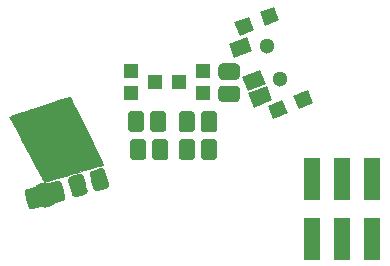
<source format=gbr>
G04 #@! TF.GenerationSoftware,KiCad,Pcbnew,5.1.2*
G04 #@! TF.CreationDate,2019-07-11T13:19:42-05:00*
G04 #@! TF.ProjectId,Camera,43616d65-7261-42e6-9b69-6361645f7063,rev?*
G04 #@! TF.SameCoordinates,Original*
G04 #@! TF.FileFunction,Soldermask,Bot*
G04 #@! TF.FilePolarity,Negative*
%FSLAX46Y46*%
G04 Gerber Fmt 4.6, Leading zero omitted, Abs format (unit mm)*
G04 Created by KiCad (PCBNEW 5.1.2) date 2019-07-11 13:19:42*
%MOMM*%
%LPD*%
G04 APERTURE LIST*
%ADD10C,0.010000*%
%ADD11C,0.100000*%
%ADD12C,1.375000*%
%ADD13C,2.150000*%
%ADD14R,1.400000X3.550000*%
%ADD15C,1.200000*%
%ADD16C,1.300000*%
%ADD17R,1.300000X1.200000*%
G04 APERTURE END LIST*
D10*
G36*
X139563660Y-105688732D02*
G01*
X139620889Y-105800499D01*
X139709246Y-105976491D01*
X139825786Y-106210748D01*
X139967567Y-106497307D01*
X140131646Y-106830207D01*
X140315079Y-107203488D01*
X140514924Y-107611188D01*
X140728238Y-108047346D01*
X140952077Y-108506001D01*
X140963955Y-108530367D01*
X141229069Y-109074811D01*
X141458835Y-109548114D01*
X141655432Y-109955030D01*
X141821040Y-110300314D01*
X141957838Y-110588722D01*
X142068004Y-110825007D01*
X142153717Y-111013926D01*
X142217157Y-111160232D01*
X142260502Y-111268680D01*
X142285931Y-111344026D01*
X142295624Y-111391023D01*
X142291759Y-111414428D01*
X142287288Y-111418078D01*
X142234199Y-111435486D01*
X142108945Y-111472985D01*
X141920237Y-111528116D01*
X141676782Y-111598422D01*
X141387290Y-111681445D01*
X141060470Y-111774728D01*
X140705029Y-111875813D01*
X140329678Y-111982242D01*
X139943124Y-112091557D01*
X139554076Y-112201301D01*
X139171244Y-112309016D01*
X138803335Y-112412244D01*
X138459060Y-112508527D01*
X138147126Y-112595409D01*
X137876242Y-112670430D01*
X137655117Y-112731134D01*
X137492460Y-112775062D01*
X137396979Y-112799757D01*
X137375196Y-112804334D01*
X137335434Y-112769924D01*
X137270173Y-112679332D01*
X137192936Y-112551508D01*
X137186373Y-112539750D01*
X137118822Y-112416723D01*
X137020251Y-112235435D01*
X136894579Y-112003203D01*
X136745723Y-111727343D01*
X136577602Y-111415172D01*
X136394135Y-111074004D01*
X136199239Y-110711157D01*
X135996834Y-110333947D01*
X135790837Y-109949690D01*
X135585167Y-109565702D01*
X135383742Y-109189299D01*
X135190481Y-108827797D01*
X135009303Y-108488513D01*
X134844124Y-108178762D01*
X134698865Y-107905862D01*
X134577443Y-107677127D01*
X134483776Y-107499875D01*
X134421783Y-107381421D01*
X134395383Y-107329081D01*
X134394730Y-107327361D01*
X134432171Y-107307759D01*
X134542099Y-107265286D01*
X134716284Y-107202628D01*
X134946496Y-107122472D01*
X135224506Y-107027506D01*
X135542084Y-106920418D01*
X135891000Y-106803893D01*
X136263024Y-106680620D01*
X136649926Y-106553285D01*
X137043477Y-106424576D01*
X137435447Y-106297181D01*
X137817607Y-106173785D01*
X138181725Y-106057077D01*
X138519573Y-105949743D01*
X138822922Y-105854472D01*
X139083540Y-105773949D01*
X139293198Y-105710863D01*
X139443667Y-105667900D01*
X139526716Y-105647747D01*
X139540501Y-105647152D01*
X139563660Y-105688732D01*
X139563660Y-105688732D01*
G37*
X139563660Y-105688732D02*
X139620889Y-105800499D01*
X139709246Y-105976491D01*
X139825786Y-106210748D01*
X139967567Y-106497307D01*
X140131646Y-106830207D01*
X140315079Y-107203488D01*
X140514924Y-107611188D01*
X140728238Y-108047346D01*
X140952077Y-108506001D01*
X140963955Y-108530367D01*
X141229069Y-109074811D01*
X141458835Y-109548114D01*
X141655432Y-109955030D01*
X141821040Y-110300314D01*
X141957838Y-110588722D01*
X142068004Y-110825007D01*
X142153717Y-111013926D01*
X142217157Y-111160232D01*
X142260502Y-111268680D01*
X142285931Y-111344026D01*
X142295624Y-111391023D01*
X142291759Y-111414428D01*
X142287288Y-111418078D01*
X142234199Y-111435486D01*
X142108945Y-111472985D01*
X141920237Y-111528116D01*
X141676782Y-111598422D01*
X141387290Y-111681445D01*
X141060470Y-111774728D01*
X140705029Y-111875813D01*
X140329678Y-111982242D01*
X139943124Y-112091557D01*
X139554076Y-112201301D01*
X139171244Y-112309016D01*
X138803335Y-112412244D01*
X138459060Y-112508527D01*
X138147126Y-112595409D01*
X137876242Y-112670430D01*
X137655117Y-112731134D01*
X137492460Y-112775062D01*
X137396979Y-112799757D01*
X137375196Y-112804334D01*
X137335434Y-112769924D01*
X137270173Y-112679332D01*
X137192936Y-112551508D01*
X137186373Y-112539750D01*
X137118822Y-112416723D01*
X137020251Y-112235435D01*
X136894579Y-112003203D01*
X136745723Y-111727343D01*
X136577602Y-111415172D01*
X136394135Y-111074004D01*
X136199239Y-110711157D01*
X135996834Y-110333947D01*
X135790837Y-109949690D01*
X135585167Y-109565702D01*
X135383742Y-109189299D01*
X135190481Y-108827797D01*
X135009303Y-108488513D01*
X134844124Y-108178762D01*
X134698865Y-107905862D01*
X134577443Y-107677127D01*
X134483776Y-107499875D01*
X134421783Y-107381421D01*
X134395383Y-107329081D01*
X134394730Y-107327361D01*
X134432171Y-107307759D01*
X134542099Y-107265286D01*
X134716284Y-107202628D01*
X134946496Y-107122472D01*
X135224506Y-107027506D01*
X135542084Y-106920418D01*
X135891000Y-106803893D01*
X136263024Y-106680620D01*
X136649926Y-106553285D01*
X137043477Y-106424576D01*
X137435447Y-106297181D01*
X137817607Y-106173785D01*
X138181725Y-106057077D01*
X138519573Y-105949743D01*
X138822922Y-105854472D01*
X139083540Y-105773949D01*
X139293198Y-105710863D01*
X139443667Y-105667900D01*
X139526716Y-105647747D01*
X139540501Y-105647152D01*
X139563660Y-105688732D01*
D11*
G36*
X136732937Y-113232926D02*
G01*
X136766127Y-113238965D01*
X136798564Y-113248228D01*
X136829937Y-113260626D01*
X136859944Y-113276039D01*
X136888296Y-113294319D01*
X136914719Y-113315290D01*
X136938960Y-113338750D01*
X136960784Y-113364473D01*
X136979982Y-113392212D01*
X136996369Y-113421698D01*
X137009787Y-113452649D01*
X137020106Y-113484766D01*
X137308042Y-114559358D01*
X137315164Y-114592332D01*
X137319019Y-114625845D01*
X137319571Y-114659574D01*
X137316814Y-114693195D01*
X137310775Y-114726384D01*
X137301512Y-114758822D01*
X137289114Y-114790195D01*
X137273701Y-114820202D01*
X137255421Y-114848554D01*
X137234450Y-114874977D01*
X137210990Y-114899218D01*
X137185267Y-114921042D01*
X137157528Y-114940240D01*
X137128042Y-114956627D01*
X137097091Y-114970045D01*
X137064974Y-114980364D01*
X136400900Y-115158302D01*
X136367926Y-115165424D01*
X136334413Y-115169279D01*
X136300684Y-115169831D01*
X136267063Y-115167074D01*
X136233873Y-115161035D01*
X136201436Y-115151772D01*
X136170063Y-115139374D01*
X136140056Y-115123961D01*
X136111704Y-115105681D01*
X136085281Y-115084710D01*
X136061040Y-115061250D01*
X136039216Y-115035527D01*
X136020018Y-115007788D01*
X136003631Y-114978302D01*
X135990213Y-114947351D01*
X135979894Y-114915234D01*
X135691958Y-113840642D01*
X135684836Y-113807668D01*
X135680981Y-113774155D01*
X135680429Y-113740426D01*
X135683186Y-113706805D01*
X135689225Y-113673616D01*
X135698488Y-113641178D01*
X135710886Y-113609805D01*
X135726299Y-113579798D01*
X135744579Y-113551446D01*
X135765550Y-113525023D01*
X135789010Y-113500782D01*
X135814733Y-113478958D01*
X135842472Y-113459760D01*
X135871958Y-113443373D01*
X135902909Y-113429955D01*
X135935026Y-113419636D01*
X136599100Y-113241698D01*
X136632074Y-113234576D01*
X136665587Y-113230721D01*
X136699316Y-113230169D01*
X136732937Y-113232926D01*
X136732937Y-113232926D01*
G37*
D12*
X136500000Y-114200000D03*
D11*
G36*
X138544047Y-112747640D02*
G01*
X138577237Y-112753679D01*
X138609674Y-112762942D01*
X138641047Y-112775340D01*
X138671054Y-112790753D01*
X138699406Y-112809033D01*
X138725829Y-112830004D01*
X138750070Y-112853464D01*
X138771894Y-112879187D01*
X138791092Y-112906926D01*
X138807479Y-112936412D01*
X138820897Y-112967363D01*
X138831216Y-112999480D01*
X139119152Y-114074072D01*
X139126274Y-114107046D01*
X139130129Y-114140559D01*
X139130681Y-114174288D01*
X139127924Y-114207909D01*
X139121885Y-114241098D01*
X139112622Y-114273536D01*
X139100224Y-114304909D01*
X139084811Y-114334916D01*
X139066531Y-114363268D01*
X139045560Y-114389691D01*
X139022100Y-114413932D01*
X138996377Y-114435756D01*
X138968638Y-114454954D01*
X138939152Y-114471341D01*
X138908201Y-114484759D01*
X138876084Y-114495078D01*
X138212010Y-114673016D01*
X138179036Y-114680138D01*
X138145523Y-114683993D01*
X138111794Y-114684545D01*
X138078173Y-114681788D01*
X138044983Y-114675749D01*
X138012546Y-114666486D01*
X137981173Y-114654088D01*
X137951166Y-114638675D01*
X137922814Y-114620395D01*
X137896391Y-114599424D01*
X137872150Y-114575964D01*
X137850326Y-114550241D01*
X137831128Y-114522502D01*
X137814741Y-114493016D01*
X137801323Y-114462065D01*
X137791004Y-114429948D01*
X137503068Y-113355356D01*
X137495946Y-113322382D01*
X137492091Y-113288869D01*
X137491539Y-113255140D01*
X137494296Y-113221519D01*
X137500335Y-113188330D01*
X137509598Y-113155892D01*
X137521996Y-113124519D01*
X137537409Y-113094512D01*
X137555689Y-113066160D01*
X137576660Y-113039737D01*
X137600120Y-113015496D01*
X137625843Y-112993672D01*
X137653582Y-112974474D01*
X137683068Y-112958087D01*
X137714019Y-112944669D01*
X137746136Y-112934350D01*
X138410210Y-112756412D01*
X138443184Y-112749290D01*
X138476697Y-112745435D01*
X138510426Y-112744883D01*
X138544047Y-112747640D01*
X138544047Y-112747640D01*
G37*
D12*
X138311110Y-113714714D03*
D13*
X137405555Y-113957357D03*
D14*
X160060000Y-112600000D03*
X160060000Y-117650000D03*
X162600000Y-112600000D03*
X162600000Y-117650000D03*
X165140000Y-112600000D03*
X165140000Y-117650000D03*
D15*
X159262897Y-105852626D03*
D11*
G36*
X160090330Y-106165442D02*
G01*
X158884991Y-106652431D01*
X158435464Y-105539810D01*
X159640803Y-105052821D01*
X160090330Y-106165442D01*
X160090330Y-106165442D01*
G37*
D15*
X156415887Y-98806029D03*
D11*
G36*
X157243320Y-99118845D02*
G01*
X156037981Y-99605834D01*
X155588454Y-98493213D01*
X156793793Y-98006224D01*
X157243320Y-99118845D01*
X157243320Y-99118845D01*
G37*
D15*
X154279618Y-99658352D03*
D11*
G36*
X155107051Y-99971168D02*
G01*
X153901712Y-100458157D01*
X153452185Y-99345536D01*
X154657524Y-98858547D01*
X155107051Y-99971168D01*
X155107051Y-99971168D01*
G37*
D15*
X157130375Y-106714221D03*
D11*
G36*
X157957808Y-107027037D02*
G01*
X156752469Y-107514026D01*
X156302942Y-106401405D01*
X157508281Y-105914416D01*
X157957808Y-107027037D01*
X157957808Y-107027037D01*
G37*
D16*
X155645730Y-105642328D03*
D11*
G36*
X156654151Y-105935947D02*
G01*
X155124298Y-106554048D01*
X154637309Y-105348709D01*
X156167162Y-104730608D01*
X156654151Y-105935947D01*
X156654151Y-105935947D01*
G37*
D16*
X155083820Y-104251552D03*
D11*
G36*
X156092241Y-104545171D02*
G01*
X154562388Y-105163272D01*
X154075399Y-103957933D01*
X155605252Y-103339832D01*
X156092241Y-104545171D01*
X156092241Y-104545171D01*
G37*
D16*
X153960000Y-101470000D03*
D11*
G36*
X154968421Y-101763619D02*
G01*
X153438568Y-102381720D01*
X152951579Y-101176381D01*
X154481432Y-100558280D01*
X154968421Y-101763619D01*
X154968421Y-101763619D01*
G37*
D16*
X156211221Y-101369349D03*
X157335041Y-104150901D03*
D17*
X144700000Y-105350000D03*
X144700000Y-103450000D03*
X146700000Y-104400000D03*
X148800000Y-104400000D03*
X150800000Y-105350000D03*
X150800000Y-103450000D03*
D11*
G36*
X142238492Y-111690283D02*
G01*
X142271682Y-111696322D01*
X142304119Y-111705585D01*
X142335492Y-111717983D01*
X142365499Y-111733396D01*
X142393851Y-111751676D01*
X142420274Y-111772647D01*
X142444515Y-111796107D01*
X142466339Y-111821830D01*
X142485537Y-111849569D01*
X142501924Y-111879055D01*
X142515342Y-111910006D01*
X142525661Y-111942123D01*
X142813597Y-113016715D01*
X142820719Y-113049689D01*
X142824574Y-113083202D01*
X142825126Y-113116931D01*
X142822369Y-113150552D01*
X142816330Y-113183741D01*
X142807067Y-113216179D01*
X142794669Y-113247552D01*
X142779256Y-113277559D01*
X142760976Y-113305911D01*
X142740005Y-113332334D01*
X142716545Y-113356575D01*
X142690822Y-113378399D01*
X142663083Y-113397597D01*
X142633597Y-113413984D01*
X142602646Y-113427402D01*
X142570529Y-113437721D01*
X141906455Y-113615659D01*
X141873481Y-113622781D01*
X141839968Y-113626636D01*
X141806239Y-113627188D01*
X141772618Y-113624431D01*
X141739428Y-113618392D01*
X141706991Y-113609129D01*
X141675618Y-113596731D01*
X141645611Y-113581318D01*
X141617259Y-113563038D01*
X141590836Y-113542067D01*
X141566595Y-113518607D01*
X141544771Y-113492884D01*
X141525573Y-113465145D01*
X141509186Y-113435659D01*
X141495768Y-113404708D01*
X141485449Y-113372591D01*
X141197513Y-112297999D01*
X141190391Y-112265025D01*
X141186536Y-112231512D01*
X141185984Y-112197783D01*
X141188741Y-112164162D01*
X141194780Y-112130973D01*
X141204043Y-112098535D01*
X141216441Y-112067162D01*
X141231854Y-112037155D01*
X141250134Y-112008803D01*
X141271105Y-111982380D01*
X141294565Y-111958139D01*
X141320288Y-111936315D01*
X141348027Y-111917117D01*
X141377513Y-111900730D01*
X141408464Y-111887312D01*
X141440581Y-111876993D01*
X142104655Y-111699055D01*
X142137629Y-111691933D01*
X142171142Y-111688078D01*
X142204871Y-111687526D01*
X142238492Y-111690283D01*
X142238492Y-111690283D01*
G37*
D12*
X142005555Y-112657357D03*
D11*
G36*
X140427382Y-112175569D02*
G01*
X140460572Y-112181608D01*
X140493009Y-112190871D01*
X140524382Y-112203269D01*
X140554389Y-112218682D01*
X140582741Y-112236962D01*
X140609164Y-112257933D01*
X140633405Y-112281393D01*
X140655229Y-112307116D01*
X140674427Y-112334855D01*
X140690814Y-112364341D01*
X140704232Y-112395292D01*
X140714551Y-112427409D01*
X141002487Y-113502001D01*
X141009609Y-113534975D01*
X141013464Y-113568488D01*
X141014016Y-113602217D01*
X141011259Y-113635838D01*
X141005220Y-113669027D01*
X140995957Y-113701465D01*
X140983559Y-113732838D01*
X140968146Y-113762845D01*
X140949866Y-113791197D01*
X140928895Y-113817620D01*
X140905435Y-113841861D01*
X140879712Y-113863685D01*
X140851973Y-113882883D01*
X140822487Y-113899270D01*
X140791536Y-113912688D01*
X140759419Y-113923007D01*
X140095345Y-114100945D01*
X140062371Y-114108067D01*
X140028858Y-114111922D01*
X139995129Y-114112474D01*
X139961508Y-114109717D01*
X139928318Y-114103678D01*
X139895881Y-114094415D01*
X139864508Y-114082017D01*
X139834501Y-114066604D01*
X139806149Y-114048324D01*
X139779726Y-114027353D01*
X139755485Y-114003893D01*
X139733661Y-113978170D01*
X139714463Y-113950431D01*
X139698076Y-113920945D01*
X139684658Y-113889994D01*
X139674339Y-113857877D01*
X139386403Y-112783285D01*
X139379281Y-112750311D01*
X139375426Y-112716798D01*
X139374874Y-112683069D01*
X139377631Y-112649448D01*
X139383670Y-112616259D01*
X139392933Y-112583821D01*
X139405331Y-112552448D01*
X139420744Y-112522441D01*
X139439024Y-112494089D01*
X139459995Y-112467666D01*
X139483455Y-112443425D01*
X139509178Y-112421601D01*
X139536917Y-112402403D01*
X139566403Y-112386016D01*
X139597354Y-112372598D01*
X139629471Y-112362279D01*
X140293545Y-112184341D01*
X140326519Y-112177219D01*
X140360032Y-112173364D01*
X140393761Y-112172812D01*
X140427382Y-112175569D01*
X140427382Y-112175569D01*
G37*
D12*
X140194445Y-113142643D03*
D11*
G36*
X153589943Y-102814155D02*
G01*
X153623312Y-102819105D01*
X153656035Y-102827302D01*
X153687797Y-102838666D01*
X153718293Y-102853090D01*
X153747227Y-102870432D01*
X153774323Y-102890528D01*
X153799318Y-102913182D01*
X153821972Y-102938177D01*
X153842068Y-102965273D01*
X153859410Y-102994207D01*
X153873834Y-103024703D01*
X153885198Y-103056465D01*
X153893395Y-103089188D01*
X153898345Y-103122557D01*
X153900000Y-103156250D01*
X153900000Y-103843750D01*
X153898345Y-103877443D01*
X153893395Y-103910812D01*
X153885198Y-103943535D01*
X153873834Y-103975297D01*
X153859410Y-104005793D01*
X153842068Y-104034727D01*
X153821972Y-104061823D01*
X153799318Y-104086818D01*
X153774323Y-104109472D01*
X153747227Y-104129568D01*
X153718293Y-104146910D01*
X153687797Y-104161334D01*
X153656035Y-104172698D01*
X153623312Y-104180895D01*
X153589943Y-104185845D01*
X153556250Y-104187500D01*
X152443750Y-104187500D01*
X152410057Y-104185845D01*
X152376688Y-104180895D01*
X152343965Y-104172698D01*
X152312203Y-104161334D01*
X152281707Y-104146910D01*
X152252773Y-104129568D01*
X152225677Y-104109472D01*
X152200682Y-104086818D01*
X152178028Y-104061823D01*
X152157932Y-104034727D01*
X152140590Y-104005793D01*
X152126166Y-103975297D01*
X152114802Y-103943535D01*
X152106605Y-103910812D01*
X152101655Y-103877443D01*
X152100000Y-103843750D01*
X152100000Y-103156250D01*
X152101655Y-103122557D01*
X152106605Y-103089188D01*
X152114802Y-103056465D01*
X152126166Y-103024703D01*
X152140590Y-102994207D01*
X152157932Y-102965273D01*
X152178028Y-102938177D01*
X152200682Y-102913182D01*
X152225677Y-102890528D01*
X152252773Y-102870432D01*
X152281707Y-102853090D01*
X152312203Y-102838666D01*
X152343965Y-102827302D01*
X152376688Y-102819105D01*
X152410057Y-102814155D01*
X152443750Y-102812500D01*
X153556250Y-102812500D01*
X153589943Y-102814155D01*
X153589943Y-102814155D01*
G37*
D12*
X153000000Y-103500000D03*
D11*
G36*
X153589943Y-104689155D02*
G01*
X153623312Y-104694105D01*
X153656035Y-104702302D01*
X153687797Y-104713666D01*
X153718293Y-104728090D01*
X153747227Y-104745432D01*
X153774323Y-104765528D01*
X153799318Y-104788182D01*
X153821972Y-104813177D01*
X153842068Y-104840273D01*
X153859410Y-104869207D01*
X153873834Y-104899703D01*
X153885198Y-104931465D01*
X153893395Y-104964188D01*
X153898345Y-104997557D01*
X153900000Y-105031250D01*
X153900000Y-105718750D01*
X153898345Y-105752443D01*
X153893395Y-105785812D01*
X153885198Y-105818535D01*
X153873834Y-105850297D01*
X153859410Y-105880793D01*
X153842068Y-105909727D01*
X153821972Y-105936823D01*
X153799318Y-105961818D01*
X153774323Y-105984472D01*
X153747227Y-106004568D01*
X153718293Y-106021910D01*
X153687797Y-106036334D01*
X153656035Y-106047698D01*
X153623312Y-106055895D01*
X153589943Y-106060845D01*
X153556250Y-106062500D01*
X152443750Y-106062500D01*
X152410057Y-106060845D01*
X152376688Y-106055895D01*
X152343965Y-106047698D01*
X152312203Y-106036334D01*
X152281707Y-106021910D01*
X152252773Y-106004568D01*
X152225677Y-105984472D01*
X152200682Y-105961818D01*
X152178028Y-105936823D01*
X152157932Y-105909727D01*
X152140590Y-105880793D01*
X152126166Y-105850297D01*
X152114802Y-105818535D01*
X152106605Y-105785812D01*
X152101655Y-105752443D01*
X152100000Y-105718750D01*
X152100000Y-105031250D01*
X152101655Y-104997557D01*
X152106605Y-104964188D01*
X152114802Y-104931465D01*
X152126166Y-104899703D01*
X152140590Y-104869207D01*
X152157932Y-104840273D01*
X152178028Y-104813177D01*
X152200682Y-104788182D01*
X152225677Y-104765528D01*
X152252773Y-104745432D01*
X152281707Y-104728090D01*
X152312203Y-104713666D01*
X152343965Y-104702302D01*
X152376688Y-104694105D01*
X152410057Y-104689155D01*
X152443750Y-104687500D01*
X153556250Y-104687500D01*
X153589943Y-104689155D01*
X153589943Y-104689155D01*
G37*
D12*
X153000000Y-105375000D03*
D11*
G36*
X149802443Y-109201655D02*
G01*
X149835812Y-109206605D01*
X149868535Y-109214802D01*
X149900297Y-109226166D01*
X149930793Y-109240590D01*
X149959727Y-109257932D01*
X149986823Y-109278028D01*
X150011818Y-109300682D01*
X150034472Y-109325677D01*
X150054568Y-109352773D01*
X150071910Y-109381707D01*
X150086334Y-109412203D01*
X150097698Y-109443965D01*
X150105895Y-109476688D01*
X150110845Y-109510057D01*
X150112500Y-109543750D01*
X150112500Y-110656250D01*
X150110845Y-110689943D01*
X150105895Y-110723312D01*
X150097698Y-110756035D01*
X150086334Y-110787797D01*
X150071910Y-110818293D01*
X150054568Y-110847227D01*
X150034472Y-110874323D01*
X150011818Y-110899318D01*
X149986823Y-110921972D01*
X149959727Y-110942068D01*
X149930793Y-110959410D01*
X149900297Y-110973834D01*
X149868535Y-110985198D01*
X149835812Y-110993395D01*
X149802443Y-110998345D01*
X149768750Y-111000000D01*
X149081250Y-111000000D01*
X149047557Y-110998345D01*
X149014188Y-110993395D01*
X148981465Y-110985198D01*
X148949703Y-110973834D01*
X148919207Y-110959410D01*
X148890273Y-110942068D01*
X148863177Y-110921972D01*
X148838182Y-110899318D01*
X148815528Y-110874323D01*
X148795432Y-110847227D01*
X148778090Y-110818293D01*
X148763666Y-110787797D01*
X148752302Y-110756035D01*
X148744105Y-110723312D01*
X148739155Y-110689943D01*
X148737500Y-110656250D01*
X148737500Y-109543750D01*
X148739155Y-109510057D01*
X148744105Y-109476688D01*
X148752302Y-109443965D01*
X148763666Y-109412203D01*
X148778090Y-109381707D01*
X148795432Y-109352773D01*
X148815528Y-109325677D01*
X148838182Y-109300682D01*
X148863177Y-109278028D01*
X148890273Y-109257932D01*
X148919207Y-109240590D01*
X148949703Y-109226166D01*
X148981465Y-109214802D01*
X149014188Y-109206605D01*
X149047557Y-109201655D01*
X149081250Y-109200000D01*
X149768750Y-109200000D01*
X149802443Y-109201655D01*
X149802443Y-109201655D01*
G37*
D12*
X149425000Y-110100000D03*
D11*
G36*
X151677443Y-109201655D02*
G01*
X151710812Y-109206605D01*
X151743535Y-109214802D01*
X151775297Y-109226166D01*
X151805793Y-109240590D01*
X151834727Y-109257932D01*
X151861823Y-109278028D01*
X151886818Y-109300682D01*
X151909472Y-109325677D01*
X151929568Y-109352773D01*
X151946910Y-109381707D01*
X151961334Y-109412203D01*
X151972698Y-109443965D01*
X151980895Y-109476688D01*
X151985845Y-109510057D01*
X151987500Y-109543750D01*
X151987500Y-110656250D01*
X151985845Y-110689943D01*
X151980895Y-110723312D01*
X151972698Y-110756035D01*
X151961334Y-110787797D01*
X151946910Y-110818293D01*
X151929568Y-110847227D01*
X151909472Y-110874323D01*
X151886818Y-110899318D01*
X151861823Y-110921972D01*
X151834727Y-110942068D01*
X151805793Y-110959410D01*
X151775297Y-110973834D01*
X151743535Y-110985198D01*
X151710812Y-110993395D01*
X151677443Y-110998345D01*
X151643750Y-111000000D01*
X150956250Y-111000000D01*
X150922557Y-110998345D01*
X150889188Y-110993395D01*
X150856465Y-110985198D01*
X150824703Y-110973834D01*
X150794207Y-110959410D01*
X150765273Y-110942068D01*
X150738177Y-110921972D01*
X150713182Y-110899318D01*
X150690528Y-110874323D01*
X150670432Y-110847227D01*
X150653090Y-110818293D01*
X150638666Y-110787797D01*
X150627302Y-110756035D01*
X150619105Y-110723312D01*
X150614155Y-110689943D01*
X150612500Y-110656250D01*
X150612500Y-109543750D01*
X150614155Y-109510057D01*
X150619105Y-109476688D01*
X150627302Y-109443965D01*
X150638666Y-109412203D01*
X150653090Y-109381707D01*
X150670432Y-109352773D01*
X150690528Y-109325677D01*
X150713182Y-109300682D01*
X150738177Y-109278028D01*
X150765273Y-109257932D01*
X150794207Y-109240590D01*
X150824703Y-109226166D01*
X150856465Y-109214802D01*
X150889188Y-109206605D01*
X150922557Y-109201655D01*
X150956250Y-109200000D01*
X151643750Y-109200000D01*
X151677443Y-109201655D01*
X151677443Y-109201655D01*
G37*
D12*
X151300000Y-110100000D03*
D11*
G36*
X145677443Y-109201655D02*
G01*
X145710812Y-109206605D01*
X145743535Y-109214802D01*
X145775297Y-109226166D01*
X145805793Y-109240590D01*
X145834727Y-109257932D01*
X145861823Y-109278028D01*
X145886818Y-109300682D01*
X145909472Y-109325677D01*
X145929568Y-109352773D01*
X145946910Y-109381707D01*
X145961334Y-109412203D01*
X145972698Y-109443965D01*
X145980895Y-109476688D01*
X145985845Y-109510057D01*
X145987500Y-109543750D01*
X145987500Y-110656250D01*
X145985845Y-110689943D01*
X145980895Y-110723312D01*
X145972698Y-110756035D01*
X145961334Y-110787797D01*
X145946910Y-110818293D01*
X145929568Y-110847227D01*
X145909472Y-110874323D01*
X145886818Y-110899318D01*
X145861823Y-110921972D01*
X145834727Y-110942068D01*
X145805793Y-110959410D01*
X145775297Y-110973834D01*
X145743535Y-110985198D01*
X145710812Y-110993395D01*
X145677443Y-110998345D01*
X145643750Y-111000000D01*
X144956250Y-111000000D01*
X144922557Y-110998345D01*
X144889188Y-110993395D01*
X144856465Y-110985198D01*
X144824703Y-110973834D01*
X144794207Y-110959410D01*
X144765273Y-110942068D01*
X144738177Y-110921972D01*
X144713182Y-110899318D01*
X144690528Y-110874323D01*
X144670432Y-110847227D01*
X144653090Y-110818293D01*
X144638666Y-110787797D01*
X144627302Y-110756035D01*
X144619105Y-110723312D01*
X144614155Y-110689943D01*
X144612500Y-110656250D01*
X144612500Y-109543750D01*
X144614155Y-109510057D01*
X144619105Y-109476688D01*
X144627302Y-109443965D01*
X144638666Y-109412203D01*
X144653090Y-109381707D01*
X144670432Y-109352773D01*
X144690528Y-109325677D01*
X144713182Y-109300682D01*
X144738177Y-109278028D01*
X144765273Y-109257932D01*
X144794207Y-109240590D01*
X144824703Y-109226166D01*
X144856465Y-109214802D01*
X144889188Y-109206605D01*
X144922557Y-109201655D01*
X144956250Y-109200000D01*
X145643750Y-109200000D01*
X145677443Y-109201655D01*
X145677443Y-109201655D01*
G37*
D12*
X145300000Y-110100000D03*
D11*
G36*
X147552443Y-109201655D02*
G01*
X147585812Y-109206605D01*
X147618535Y-109214802D01*
X147650297Y-109226166D01*
X147680793Y-109240590D01*
X147709727Y-109257932D01*
X147736823Y-109278028D01*
X147761818Y-109300682D01*
X147784472Y-109325677D01*
X147804568Y-109352773D01*
X147821910Y-109381707D01*
X147836334Y-109412203D01*
X147847698Y-109443965D01*
X147855895Y-109476688D01*
X147860845Y-109510057D01*
X147862500Y-109543750D01*
X147862500Y-110656250D01*
X147860845Y-110689943D01*
X147855895Y-110723312D01*
X147847698Y-110756035D01*
X147836334Y-110787797D01*
X147821910Y-110818293D01*
X147804568Y-110847227D01*
X147784472Y-110874323D01*
X147761818Y-110899318D01*
X147736823Y-110921972D01*
X147709727Y-110942068D01*
X147680793Y-110959410D01*
X147650297Y-110973834D01*
X147618535Y-110985198D01*
X147585812Y-110993395D01*
X147552443Y-110998345D01*
X147518750Y-111000000D01*
X146831250Y-111000000D01*
X146797557Y-110998345D01*
X146764188Y-110993395D01*
X146731465Y-110985198D01*
X146699703Y-110973834D01*
X146669207Y-110959410D01*
X146640273Y-110942068D01*
X146613177Y-110921972D01*
X146588182Y-110899318D01*
X146565528Y-110874323D01*
X146545432Y-110847227D01*
X146528090Y-110818293D01*
X146513666Y-110787797D01*
X146502302Y-110756035D01*
X146494105Y-110723312D01*
X146489155Y-110689943D01*
X146487500Y-110656250D01*
X146487500Y-109543750D01*
X146489155Y-109510057D01*
X146494105Y-109476688D01*
X146502302Y-109443965D01*
X146513666Y-109412203D01*
X146528090Y-109381707D01*
X146545432Y-109352773D01*
X146565528Y-109325677D01*
X146588182Y-109300682D01*
X146613177Y-109278028D01*
X146640273Y-109257932D01*
X146669207Y-109240590D01*
X146699703Y-109226166D01*
X146731465Y-109214802D01*
X146764188Y-109206605D01*
X146797557Y-109201655D01*
X146831250Y-109200000D01*
X147518750Y-109200000D01*
X147552443Y-109201655D01*
X147552443Y-109201655D01*
G37*
D12*
X147175000Y-110100000D03*
D11*
G36*
X145497443Y-106831655D02*
G01*
X145530812Y-106836605D01*
X145563535Y-106844802D01*
X145595297Y-106856166D01*
X145625793Y-106870590D01*
X145654727Y-106887932D01*
X145681823Y-106908028D01*
X145706818Y-106930682D01*
X145729472Y-106955677D01*
X145749568Y-106982773D01*
X145766910Y-107011707D01*
X145781334Y-107042203D01*
X145792698Y-107073965D01*
X145800895Y-107106688D01*
X145805845Y-107140057D01*
X145807500Y-107173750D01*
X145807500Y-108286250D01*
X145805845Y-108319943D01*
X145800895Y-108353312D01*
X145792698Y-108386035D01*
X145781334Y-108417797D01*
X145766910Y-108448293D01*
X145749568Y-108477227D01*
X145729472Y-108504323D01*
X145706818Y-108529318D01*
X145681823Y-108551972D01*
X145654727Y-108572068D01*
X145625793Y-108589410D01*
X145595297Y-108603834D01*
X145563535Y-108615198D01*
X145530812Y-108623395D01*
X145497443Y-108628345D01*
X145463750Y-108630000D01*
X144776250Y-108630000D01*
X144742557Y-108628345D01*
X144709188Y-108623395D01*
X144676465Y-108615198D01*
X144644703Y-108603834D01*
X144614207Y-108589410D01*
X144585273Y-108572068D01*
X144558177Y-108551972D01*
X144533182Y-108529318D01*
X144510528Y-108504323D01*
X144490432Y-108477227D01*
X144473090Y-108448293D01*
X144458666Y-108417797D01*
X144447302Y-108386035D01*
X144439105Y-108353312D01*
X144434155Y-108319943D01*
X144432500Y-108286250D01*
X144432500Y-107173750D01*
X144434155Y-107140057D01*
X144439105Y-107106688D01*
X144447302Y-107073965D01*
X144458666Y-107042203D01*
X144473090Y-107011707D01*
X144490432Y-106982773D01*
X144510528Y-106955677D01*
X144533182Y-106930682D01*
X144558177Y-106908028D01*
X144585273Y-106887932D01*
X144614207Y-106870590D01*
X144644703Y-106856166D01*
X144676465Y-106844802D01*
X144709188Y-106836605D01*
X144742557Y-106831655D01*
X144776250Y-106830000D01*
X145463750Y-106830000D01*
X145497443Y-106831655D01*
X145497443Y-106831655D01*
G37*
D12*
X145120000Y-107730000D03*
D11*
G36*
X147372443Y-106831655D02*
G01*
X147405812Y-106836605D01*
X147438535Y-106844802D01*
X147470297Y-106856166D01*
X147500793Y-106870590D01*
X147529727Y-106887932D01*
X147556823Y-106908028D01*
X147581818Y-106930682D01*
X147604472Y-106955677D01*
X147624568Y-106982773D01*
X147641910Y-107011707D01*
X147656334Y-107042203D01*
X147667698Y-107073965D01*
X147675895Y-107106688D01*
X147680845Y-107140057D01*
X147682500Y-107173750D01*
X147682500Y-108286250D01*
X147680845Y-108319943D01*
X147675895Y-108353312D01*
X147667698Y-108386035D01*
X147656334Y-108417797D01*
X147641910Y-108448293D01*
X147624568Y-108477227D01*
X147604472Y-108504323D01*
X147581818Y-108529318D01*
X147556823Y-108551972D01*
X147529727Y-108572068D01*
X147500793Y-108589410D01*
X147470297Y-108603834D01*
X147438535Y-108615198D01*
X147405812Y-108623395D01*
X147372443Y-108628345D01*
X147338750Y-108630000D01*
X146651250Y-108630000D01*
X146617557Y-108628345D01*
X146584188Y-108623395D01*
X146551465Y-108615198D01*
X146519703Y-108603834D01*
X146489207Y-108589410D01*
X146460273Y-108572068D01*
X146433177Y-108551972D01*
X146408182Y-108529318D01*
X146385528Y-108504323D01*
X146365432Y-108477227D01*
X146348090Y-108448293D01*
X146333666Y-108417797D01*
X146322302Y-108386035D01*
X146314105Y-108353312D01*
X146309155Y-108319943D01*
X146307500Y-108286250D01*
X146307500Y-107173750D01*
X146309155Y-107140057D01*
X146314105Y-107106688D01*
X146322302Y-107073965D01*
X146333666Y-107042203D01*
X146348090Y-107011707D01*
X146365432Y-106982773D01*
X146385528Y-106955677D01*
X146408182Y-106930682D01*
X146433177Y-106908028D01*
X146460273Y-106887932D01*
X146489207Y-106870590D01*
X146519703Y-106856166D01*
X146551465Y-106844802D01*
X146584188Y-106836605D01*
X146617557Y-106831655D01*
X146651250Y-106830000D01*
X147338750Y-106830000D01*
X147372443Y-106831655D01*
X147372443Y-106831655D01*
G37*
D12*
X146995000Y-107730000D03*
D11*
G36*
X149797444Y-106851655D02*
G01*
X149830813Y-106856605D01*
X149863536Y-106864802D01*
X149895298Y-106876166D01*
X149925794Y-106890590D01*
X149954728Y-106907932D01*
X149981824Y-106928028D01*
X150006819Y-106950682D01*
X150029473Y-106975677D01*
X150049569Y-107002773D01*
X150066911Y-107031707D01*
X150081335Y-107062203D01*
X150092699Y-107093965D01*
X150100896Y-107126688D01*
X150105846Y-107160057D01*
X150107501Y-107193750D01*
X150107501Y-108306250D01*
X150105846Y-108339943D01*
X150100896Y-108373312D01*
X150092699Y-108406035D01*
X150081335Y-108437797D01*
X150066911Y-108468293D01*
X150049569Y-108497227D01*
X150029473Y-108524323D01*
X150006819Y-108549318D01*
X149981824Y-108571972D01*
X149954728Y-108592068D01*
X149925794Y-108609410D01*
X149895298Y-108623834D01*
X149863536Y-108635198D01*
X149830813Y-108643395D01*
X149797444Y-108648345D01*
X149763751Y-108650000D01*
X149076251Y-108650000D01*
X149042558Y-108648345D01*
X149009189Y-108643395D01*
X148976466Y-108635198D01*
X148944704Y-108623834D01*
X148914208Y-108609410D01*
X148885274Y-108592068D01*
X148858178Y-108571972D01*
X148833183Y-108549318D01*
X148810529Y-108524323D01*
X148790433Y-108497227D01*
X148773091Y-108468293D01*
X148758667Y-108437797D01*
X148747303Y-108406035D01*
X148739106Y-108373312D01*
X148734156Y-108339943D01*
X148732501Y-108306250D01*
X148732501Y-107193750D01*
X148734156Y-107160057D01*
X148739106Y-107126688D01*
X148747303Y-107093965D01*
X148758667Y-107062203D01*
X148773091Y-107031707D01*
X148790433Y-107002773D01*
X148810529Y-106975677D01*
X148833183Y-106950682D01*
X148858178Y-106928028D01*
X148885274Y-106907932D01*
X148914208Y-106890590D01*
X148944704Y-106876166D01*
X148976466Y-106864802D01*
X149009189Y-106856605D01*
X149042558Y-106851655D01*
X149076251Y-106850000D01*
X149763751Y-106850000D01*
X149797444Y-106851655D01*
X149797444Y-106851655D01*
G37*
D12*
X149420001Y-107750000D03*
D11*
G36*
X151672444Y-106851655D02*
G01*
X151705813Y-106856605D01*
X151738536Y-106864802D01*
X151770298Y-106876166D01*
X151800794Y-106890590D01*
X151829728Y-106907932D01*
X151856824Y-106928028D01*
X151881819Y-106950682D01*
X151904473Y-106975677D01*
X151924569Y-107002773D01*
X151941911Y-107031707D01*
X151956335Y-107062203D01*
X151967699Y-107093965D01*
X151975896Y-107126688D01*
X151980846Y-107160057D01*
X151982501Y-107193750D01*
X151982501Y-108306250D01*
X151980846Y-108339943D01*
X151975896Y-108373312D01*
X151967699Y-108406035D01*
X151956335Y-108437797D01*
X151941911Y-108468293D01*
X151924569Y-108497227D01*
X151904473Y-108524323D01*
X151881819Y-108549318D01*
X151856824Y-108571972D01*
X151829728Y-108592068D01*
X151800794Y-108609410D01*
X151770298Y-108623834D01*
X151738536Y-108635198D01*
X151705813Y-108643395D01*
X151672444Y-108648345D01*
X151638751Y-108650000D01*
X150951251Y-108650000D01*
X150917558Y-108648345D01*
X150884189Y-108643395D01*
X150851466Y-108635198D01*
X150819704Y-108623834D01*
X150789208Y-108609410D01*
X150760274Y-108592068D01*
X150733178Y-108571972D01*
X150708183Y-108549318D01*
X150685529Y-108524323D01*
X150665433Y-108497227D01*
X150648091Y-108468293D01*
X150633667Y-108437797D01*
X150622303Y-108406035D01*
X150614106Y-108373312D01*
X150609156Y-108339943D01*
X150607501Y-108306250D01*
X150607501Y-107193750D01*
X150609156Y-107160057D01*
X150614106Y-107126688D01*
X150622303Y-107093965D01*
X150633667Y-107062203D01*
X150648091Y-107031707D01*
X150665433Y-107002773D01*
X150685529Y-106975677D01*
X150708183Y-106950682D01*
X150733178Y-106928028D01*
X150760274Y-106907932D01*
X150789208Y-106890590D01*
X150819704Y-106876166D01*
X150851466Y-106864802D01*
X150884189Y-106856605D01*
X150917558Y-106851655D01*
X150951251Y-106850000D01*
X151638751Y-106850000D01*
X151672444Y-106851655D01*
X151672444Y-106851655D01*
G37*
D12*
X151295001Y-107750000D03*
M02*

</source>
